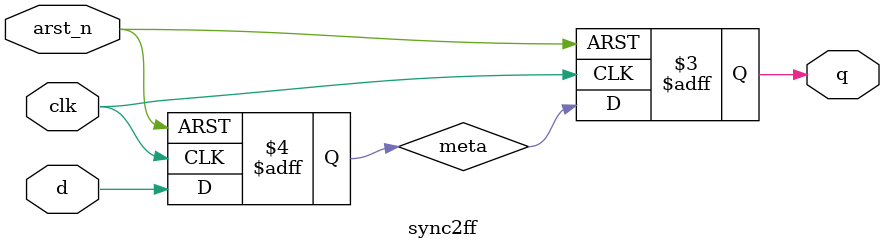
<source format=v>
module sync2ff(
  input       clk,
  input       arst_n,
  input       d,
  output reg  q
);

  reg meta;

  always @(posedge clk, negedge arst_n)
    if (!arst_n)
      {q, meta} <= 2'b00;
    else
      {q, meta} <= {meta, d};

endmodule
</source>
